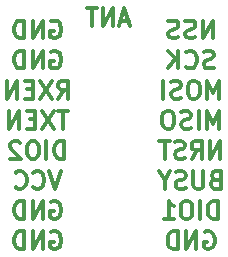
<source format=gbo>
G04 #@! TF.GenerationSoftware,KiCad,Pcbnew,(5.0.0)*
G04 #@! TF.CreationDate,2023-02-17T10:20:36+09:00*
G04 #@! TF.ProjectId,EBYTE-E22-SMD,45425954452D4532322D534D442E6B69,rev?*
G04 #@! TF.SameCoordinates,Original*
G04 #@! TF.FileFunction,Legend,Bot*
G04 #@! TF.FilePolarity,Positive*
%FSLAX46Y46*%
G04 Gerber Fmt 4.6, Leading zero omitted, Abs format (unit mm)*
G04 Created by KiCad (PCBNEW (5.0.0)) date 02/17/23 10:20:36*
%MOMM*%
%LPD*%
G01*
G04 APERTURE LIST*
%ADD10C,0.300000*%
G04 APERTURE END LIST*
D10*
X159714285Y-89250000D02*
X159000000Y-89250000D01*
X159857142Y-89678571D02*
X159357142Y-88178571D01*
X158857142Y-89678571D01*
X158357142Y-89678571D02*
X158357142Y-88178571D01*
X157500000Y-89678571D01*
X157500000Y-88178571D01*
X157000000Y-88178571D02*
X156142857Y-88178571D01*
X156571428Y-89678571D02*
X156571428Y-88178571D01*
X153142857Y-89325000D02*
X153285714Y-89253571D01*
X153500000Y-89253571D01*
X153714285Y-89325000D01*
X153857142Y-89467857D01*
X153928571Y-89610714D01*
X154000000Y-89896428D01*
X154000000Y-90110714D01*
X153928571Y-90396428D01*
X153857142Y-90539285D01*
X153714285Y-90682142D01*
X153500000Y-90753571D01*
X153357142Y-90753571D01*
X153142857Y-90682142D01*
X153071428Y-90610714D01*
X153071428Y-90110714D01*
X153357142Y-90110714D01*
X152428571Y-90753571D02*
X152428571Y-89253571D01*
X151571428Y-90753571D01*
X151571428Y-89253571D01*
X150857142Y-90753571D02*
X150857142Y-89253571D01*
X150500000Y-89253571D01*
X150285714Y-89325000D01*
X150142857Y-89467857D01*
X150071428Y-89610714D01*
X150000000Y-89896428D01*
X150000000Y-90110714D01*
X150071428Y-90396428D01*
X150142857Y-90539285D01*
X150285714Y-90682142D01*
X150500000Y-90753571D01*
X150857142Y-90753571D01*
X153142857Y-91875000D02*
X153285714Y-91803571D01*
X153500000Y-91803571D01*
X153714285Y-91875000D01*
X153857142Y-92017857D01*
X153928571Y-92160714D01*
X154000000Y-92446428D01*
X154000000Y-92660714D01*
X153928571Y-92946428D01*
X153857142Y-93089285D01*
X153714285Y-93232142D01*
X153500000Y-93303571D01*
X153357142Y-93303571D01*
X153142857Y-93232142D01*
X153071428Y-93160714D01*
X153071428Y-92660714D01*
X153357142Y-92660714D01*
X152428571Y-93303571D02*
X152428571Y-91803571D01*
X151571428Y-93303571D01*
X151571428Y-91803571D01*
X150857142Y-93303571D02*
X150857142Y-91803571D01*
X150500000Y-91803571D01*
X150285714Y-91875000D01*
X150142857Y-92017857D01*
X150071428Y-92160714D01*
X150000000Y-92446428D01*
X150000000Y-92660714D01*
X150071428Y-92946428D01*
X150142857Y-93089285D01*
X150285714Y-93232142D01*
X150500000Y-93303571D01*
X150857142Y-93303571D01*
X153714285Y-95853571D02*
X154214285Y-95139285D01*
X154571428Y-95853571D02*
X154571428Y-94353571D01*
X154000000Y-94353571D01*
X153857142Y-94425000D01*
X153785714Y-94496428D01*
X153714285Y-94639285D01*
X153714285Y-94853571D01*
X153785714Y-94996428D01*
X153857142Y-95067857D01*
X154000000Y-95139285D01*
X154571428Y-95139285D01*
X153214285Y-94353571D02*
X152214285Y-95853571D01*
X152214285Y-94353571D02*
X153214285Y-95853571D01*
X151642857Y-95067857D02*
X151142857Y-95067857D01*
X150928571Y-95853571D02*
X151642857Y-95853571D01*
X151642857Y-94353571D01*
X150928571Y-94353571D01*
X150285714Y-95853571D02*
X150285714Y-94353571D01*
X149428571Y-95853571D01*
X149428571Y-94353571D01*
X154607142Y-96903571D02*
X153750000Y-96903571D01*
X154178571Y-98403571D02*
X154178571Y-96903571D01*
X153392857Y-96903571D02*
X152392857Y-98403571D01*
X152392857Y-96903571D02*
X153392857Y-98403571D01*
X151821428Y-97617857D02*
X151321428Y-97617857D01*
X151107142Y-98403571D02*
X151821428Y-98403571D01*
X151821428Y-96903571D01*
X151107142Y-96903571D01*
X150464285Y-98403571D02*
X150464285Y-96903571D01*
X149607142Y-98403571D01*
X149607142Y-96903571D01*
X154250000Y-100953571D02*
X154250000Y-99453571D01*
X153892857Y-99453571D01*
X153678571Y-99525000D01*
X153535714Y-99667857D01*
X153464285Y-99810714D01*
X153392857Y-100096428D01*
X153392857Y-100310714D01*
X153464285Y-100596428D01*
X153535714Y-100739285D01*
X153678571Y-100882142D01*
X153892857Y-100953571D01*
X154250000Y-100953571D01*
X152750000Y-100953571D02*
X152750000Y-99453571D01*
X151750000Y-99453571D02*
X151464285Y-99453571D01*
X151321428Y-99525000D01*
X151178571Y-99667857D01*
X151107142Y-99953571D01*
X151107142Y-100453571D01*
X151178571Y-100739285D01*
X151321428Y-100882142D01*
X151464285Y-100953571D01*
X151750000Y-100953571D01*
X151892857Y-100882142D01*
X152035714Y-100739285D01*
X152107142Y-100453571D01*
X152107142Y-99953571D01*
X152035714Y-99667857D01*
X151892857Y-99525000D01*
X151750000Y-99453571D01*
X150535714Y-99596428D02*
X150464285Y-99525000D01*
X150321428Y-99453571D01*
X149964285Y-99453571D01*
X149821428Y-99525000D01*
X149750000Y-99596428D01*
X149678571Y-99739285D01*
X149678571Y-99882142D01*
X149750000Y-100096428D01*
X150607142Y-100953571D01*
X149678571Y-100953571D01*
X154000000Y-102003571D02*
X153500000Y-103503571D01*
X153000000Y-102003571D01*
X151642857Y-103360714D02*
X151714285Y-103432142D01*
X151928571Y-103503571D01*
X152071428Y-103503571D01*
X152285714Y-103432142D01*
X152428571Y-103289285D01*
X152500000Y-103146428D01*
X152571428Y-102860714D01*
X152571428Y-102646428D01*
X152500000Y-102360714D01*
X152428571Y-102217857D01*
X152285714Y-102075000D01*
X152071428Y-102003571D01*
X151928571Y-102003571D01*
X151714285Y-102075000D01*
X151642857Y-102146428D01*
X150142857Y-103360714D02*
X150214285Y-103432142D01*
X150428571Y-103503571D01*
X150571428Y-103503571D01*
X150785714Y-103432142D01*
X150928571Y-103289285D01*
X151000000Y-103146428D01*
X151071428Y-102860714D01*
X151071428Y-102646428D01*
X151000000Y-102360714D01*
X150928571Y-102217857D01*
X150785714Y-102075000D01*
X150571428Y-102003571D01*
X150428571Y-102003571D01*
X150214285Y-102075000D01*
X150142857Y-102146428D01*
X153142857Y-104625000D02*
X153285714Y-104553571D01*
X153500000Y-104553571D01*
X153714285Y-104625000D01*
X153857142Y-104767857D01*
X153928571Y-104910714D01*
X154000000Y-105196428D01*
X154000000Y-105410714D01*
X153928571Y-105696428D01*
X153857142Y-105839285D01*
X153714285Y-105982142D01*
X153500000Y-106053571D01*
X153357142Y-106053571D01*
X153142857Y-105982142D01*
X153071428Y-105910714D01*
X153071428Y-105410714D01*
X153357142Y-105410714D01*
X152428571Y-106053571D02*
X152428571Y-104553571D01*
X151571428Y-106053571D01*
X151571428Y-104553571D01*
X150857142Y-106053571D02*
X150857142Y-104553571D01*
X150500000Y-104553571D01*
X150285714Y-104625000D01*
X150142857Y-104767857D01*
X150071428Y-104910714D01*
X150000000Y-105196428D01*
X150000000Y-105410714D01*
X150071428Y-105696428D01*
X150142857Y-105839285D01*
X150285714Y-105982142D01*
X150500000Y-106053571D01*
X150857142Y-106053571D01*
X153142857Y-107175000D02*
X153285714Y-107103571D01*
X153500000Y-107103571D01*
X153714285Y-107175000D01*
X153857142Y-107317857D01*
X153928571Y-107460714D01*
X154000000Y-107746428D01*
X154000000Y-107960714D01*
X153928571Y-108246428D01*
X153857142Y-108389285D01*
X153714285Y-108532142D01*
X153500000Y-108603571D01*
X153357142Y-108603571D01*
X153142857Y-108532142D01*
X153071428Y-108460714D01*
X153071428Y-107960714D01*
X153357142Y-107960714D01*
X152428571Y-108603571D02*
X152428571Y-107103571D01*
X151571428Y-108603571D01*
X151571428Y-107103571D01*
X150857142Y-108603571D02*
X150857142Y-107103571D01*
X150500000Y-107103571D01*
X150285714Y-107175000D01*
X150142857Y-107317857D01*
X150071428Y-107460714D01*
X150000000Y-107746428D01*
X150000000Y-107960714D01*
X150071428Y-108246428D01*
X150142857Y-108389285D01*
X150285714Y-108532142D01*
X150500000Y-108603571D01*
X150857142Y-108603571D01*
X166857142Y-90753571D02*
X166857142Y-89253571D01*
X166000000Y-90753571D01*
X166000000Y-89253571D01*
X165357142Y-90682142D02*
X165142857Y-90753571D01*
X164785714Y-90753571D01*
X164642857Y-90682142D01*
X164571428Y-90610714D01*
X164500000Y-90467857D01*
X164500000Y-90325000D01*
X164571428Y-90182142D01*
X164642857Y-90110714D01*
X164785714Y-90039285D01*
X165071428Y-89967857D01*
X165214285Y-89896428D01*
X165285714Y-89825000D01*
X165357142Y-89682142D01*
X165357142Y-89539285D01*
X165285714Y-89396428D01*
X165214285Y-89325000D01*
X165071428Y-89253571D01*
X164714285Y-89253571D01*
X164500000Y-89325000D01*
X163928571Y-90682142D02*
X163714285Y-90753571D01*
X163357142Y-90753571D01*
X163214285Y-90682142D01*
X163142857Y-90610714D01*
X163071428Y-90467857D01*
X163071428Y-90325000D01*
X163142857Y-90182142D01*
X163214285Y-90110714D01*
X163357142Y-90039285D01*
X163642857Y-89967857D01*
X163785714Y-89896428D01*
X163857142Y-89825000D01*
X163928571Y-89682142D01*
X163928571Y-89539285D01*
X163857142Y-89396428D01*
X163785714Y-89325000D01*
X163642857Y-89253571D01*
X163285714Y-89253571D01*
X163071428Y-89325000D01*
X166928571Y-93232142D02*
X166714285Y-93303571D01*
X166357142Y-93303571D01*
X166214285Y-93232142D01*
X166142857Y-93160714D01*
X166071428Y-93017857D01*
X166071428Y-92875000D01*
X166142857Y-92732142D01*
X166214285Y-92660714D01*
X166357142Y-92589285D01*
X166642857Y-92517857D01*
X166785714Y-92446428D01*
X166857142Y-92375000D01*
X166928571Y-92232142D01*
X166928571Y-92089285D01*
X166857142Y-91946428D01*
X166785714Y-91875000D01*
X166642857Y-91803571D01*
X166285714Y-91803571D01*
X166071428Y-91875000D01*
X164571428Y-93160714D02*
X164642857Y-93232142D01*
X164857142Y-93303571D01*
X165000000Y-93303571D01*
X165214285Y-93232142D01*
X165357142Y-93089285D01*
X165428571Y-92946428D01*
X165500000Y-92660714D01*
X165500000Y-92446428D01*
X165428571Y-92160714D01*
X165357142Y-92017857D01*
X165214285Y-91875000D01*
X165000000Y-91803571D01*
X164857142Y-91803571D01*
X164642857Y-91875000D01*
X164571428Y-91946428D01*
X163928571Y-93303571D02*
X163928571Y-91803571D01*
X163071428Y-93303571D02*
X163714285Y-92446428D01*
X163071428Y-91803571D02*
X163928571Y-92660714D01*
X167357142Y-95853571D02*
X167357142Y-94353571D01*
X166857142Y-95425000D01*
X166357142Y-94353571D01*
X166357142Y-95853571D01*
X165357142Y-94353571D02*
X165071428Y-94353571D01*
X164928571Y-94425000D01*
X164785714Y-94567857D01*
X164714285Y-94853571D01*
X164714285Y-95353571D01*
X164785714Y-95639285D01*
X164928571Y-95782142D01*
X165071428Y-95853571D01*
X165357142Y-95853571D01*
X165500000Y-95782142D01*
X165642857Y-95639285D01*
X165714285Y-95353571D01*
X165714285Y-94853571D01*
X165642857Y-94567857D01*
X165500000Y-94425000D01*
X165357142Y-94353571D01*
X164142857Y-95782142D02*
X163928571Y-95853571D01*
X163571428Y-95853571D01*
X163428571Y-95782142D01*
X163357142Y-95710714D01*
X163285714Y-95567857D01*
X163285714Y-95425000D01*
X163357142Y-95282142D01*
X163428571Y-95210714D01*
X163571428Y-95139285D01*
X163857142Y-95067857D01*
X164000000Y-94996428D01*
X164071428Y-94925000D01*
X164142857Y-94782142D01*
X164142857Y-94639285D01*
X164071428Y-94496428D01*
X164000000Y-94425000D01*
X163857142Y-94353571D01*
X163500000Y-94353571D01*
X163285714Y-94425000D01*
X162642857Y-95853571D02*
X162642857Y-94353571D01*
X167357142Y-98403571D02*
X167357142Y-96903571D01*
X166857142Y-97975000D01*
X166357142Y-96903571D01*
X166357142Y-98403571D01*
X165642857Y-98403571D02*
X165642857Y-96903571D01*
X165000000Y-98332142D02*
X164785714Y-98403571D01*
X164428571Y-98403571D01*
X164285714Y-98332142D01*
X164214285Y-98260714D01*
X164142857Y-98117857D01*
X164142857Y-97975000D01*
X164214285Y-97832142D01*
X164285714Y-97760714D01*
X164428571Y-97689285D01*
X164714285Y-97617857D01*
X164857142Y-97546428D01*
X164928571Y-97475000D01*
X165000000Y-97332142D01*
X165000000Y-97189285D01*
X164928571Y-97046428D01*
X164857142Y-96975000D01*
X164714285Y-96903571D01*
X164357142Y-96903571D01*
X164142857Y-96975000D01*
X163214285Y-96903571D02*
X162928571Y-96903571D01*
X162785714Y-96975000D01*
X162642857Y-97117857D01*
X162571428Y-97403571D01*
X162571428Y-97903571D01*
X162642857Y-98189285D01*
X162785714Y-98332142D01*
X162928571Y-98403571D01*
X163214285Y-98403571D01*
X163357142Y-98332142D01*
X163500000Y-98189285D01*
X163571428Y-97903571D01*
X163571428Y-97403571D01*
X163500000Y-97117857D01*
X163357142Y-96975000D01*
X163214285Y-96903571D01*
X167464285Y-100953571D02*
X167464285Y-99453571D01*
X166607142Y-100953571D01*
X166607142Y-99453571D01*
X165035714Y-100953571D02*
X165535714Y-100239285D01*
X165892857Y-100953571D02*
X165892857Y-99453571D01*
X165321428Y-99453571D01*
X165178571Y-99525000D01*
X165107142Y-99596428D01*
X165035714Y-99739285D01*
X165035714Y-99953571D01*
X165107142Y-100096428D01*
X165178571Y-100167857D01*
X165321428Y-100239285D01*
X165892857Y-100239285D01*
X164464285Y-100882142D02*
X164250000Y-100953571D01*
X163892857Y-100953571D01*
X163750000Y-100882142D01*
X163678571Y-100810714D01*
X163607142Y-100667857D01*
X163607142Y-100525000D01*
X163678571Y-100382142D01*
X163750000Y-100310714D01*
X163892857Y-100239285D01*
X164178571Y-100167857D01*
X164321428Y-100096428D01*
X164392857Y-100025000D01*
X164464285Y-99882142D01*
X164464285Y-99739285D01*
X164392857Y-99596428D01*
X164321428Y-99525000D01*
X164178571Y-99453571D01*
X163821428Y-99453571D01*
X163607142Y-99525000D01*
X163178571Y-99453571D02*
X162321428Y-99453571D01*
X162750000Y-100953571D02*
X162750000Y-99453571D01*
X167035714Y-102717857D02*
X166821428Y-102789285D01*
X166750000Y-102860714D01*
X166678571Y-103003571D01*
X166678571Y-103217857D01*
X166750000Y-103360714D01*
X166821428Y-103432142D01*
X166964285Y-103503571D01*
X167535714Y-103503571D01*
X167535714Y-102003571D01*
X167035714Y-102003571D01*
X166892857Y-102075000D01*
X166821428Y-102146428D01*
X166750000Y-102289285D01*
X166750000Y-102432142D01*
X166821428Y-102575000D01*
X166892857Y-102646428D01*
X167035714Y-102717857D01*
X167535714Y-102717857D01*
X166035714Y-102003571D02*
X166035714Y-103217857D01*
X165964285Y-103360714D01*
X165892857Y-103432142D01*
X165750000Y-103503571D01*
X165464285Y-103503571D01*
X165321428Y-103432142D01*
X165250000Y-103360714D01*
X165178571Y-103217857D01*
X165178571Y-102003571D01*
X164535714Y-103432142D02*
X164321428Y-103503571D01*
X163964285Y-103503571D01*
X163821428Y-103432142D01*
X163750000Y-103360714D01*
X163678571Y-103217857D01*
X163678571Y-103075000D01*
X163750000Y-102932142D01*
X163821428Y-102860714D01*
X163964285Y-102789285D01*
X164250000Y-102717857D01*
X164392857Y-102646428D01*
X164464285Y-102575000D01*
X164535714Y-102432142D01*
X164535714Y-102289285D01*
X164464285Y-102146428D01*
X164392857Y-102075000D01*
X164250000Y-102003571D01*
X163892857Y-102003571D01*
X163678571Y-102075000D01*
X162750000Y-102789285D02*
X162750000Y-103503571D01*
X163250000Y-102003571D02*
X162750000Y-102789285D01*
X162250000Y-102003571D01*
X167250000Y-106053571D02*
X167250000Y-104553571D01*
X166892857Y-104553571D01*
X166678571Y-104625000D01*
X166535714Y-104767857D01*
X166464285Y-104910714D01*
X166392857Y-105196428D01*
X166392857Y-105410714D01*
X166464285Y-105696428D01*
X166535714Y-105839285D01*
X166678571Y-105982142D01*
X166892857Y-106053571D01*
X167250000Y-106053571D01*
X165750000Y-106053571D02*
X165750000Y-104553571D01*
X164750000Y-104553571D02*
X164464285Y-104553571D01*
X164321428Y-104625000D01*
X164178571Y-104767857D01*
X164107142Y-105053571D01*
X164107142Y-105553571D01*
X164178571Y-105839285D01*
X164321428Y-105982142D01*
X164464285Y-106053571D01*
X164750000Y-106053571D01*
X164892857Y-105982142D01*
X165035714Y-105839285D01*
X165107142Y-105553571D01*
X165107142Y-105053571D01*
X165035714Y-104767857D01*
X164892857Y-104625000D01*
X164750000Y-104553571D01*
X162678571Y-106053571D02*
X163535714Y-106053571D01*
X163107142Y-106053571D02*
X163107142Y-104553571D01*
X163250000Y-104767857D01*
X163392857Y-104910714D01*
X163535714Y-104982142D01*
X166142857Y-107175000D02*
X166285714Y-107103571D01*
X166500000Y-107103571D01*
X166714285Y-107175000D01*
X166857142Y-107317857D01*
X166928571Y-107460714D01*
X167000000Y-107746428D01*
X167000000Y-107960714D01*
X166928571Y-108246428D01*
X166857142Y-108389285D01*
X166714285Y-108532142D01*
X166500000Y-108603571D01*
X166357142Y-108603571D01*
X166142857Y-108532142D01*
X166071428Y-108460714D01*
X166071428Y-107960714D01*
X166357142Y-107960714D01*
X165428571Y-108603571D02*
X165428571Y-107103571D01*
X164571428Y-108603571D01*
X164571428Y-107103571D01*
X163857142Y-108603571D02*
X163857142Y-107103571D01*
X163500000Y-107103571D01*
X163285714Y-107175000D01*
X163142857Y-107317857D01*
X163071428Y-107460714D01*
X163000000Y-107746428D01*
X163000000Y-107960714D01*
X163071428Y-108246428D01*
X163142857Y-108389285D01*
X163285714Y-108532142D01*
X163500000Y-108603571D01*
X163857142Y-108603571D01*
M02*

</source>
